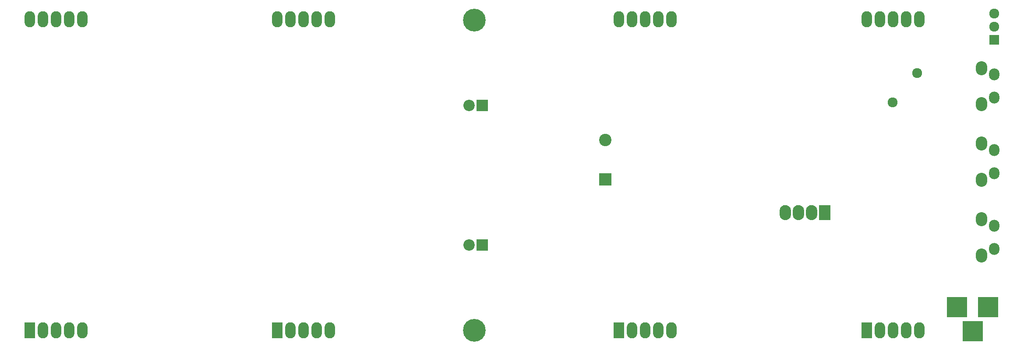
<source format=gts>
G04 #@! TF.FileFunction,Soldermask,Top*
%FSLAX46Y46*%
G04 Gerber Fmt 4.6, Leading zero omitted, Abs format (unit mm)*
G04 Created by KiCad (PCBNEW 4.0.6) date 01/08/18 11:05:28*
%MOMM*%
%LPD*%
G01*
G04 APERTURE LIST*
%ADD10C,0.100000*%
%ADD11C,4.400000*%
%ADD12R,2.024000X3.124000*%
%ADD13O,2.024000X3.124000*%
%ADD14C,1.924000*%
%ADD15R,2.200000X2.200000*%
%ADD16C,2.200000*%
%ADD17R,3.900120X3.900120*%
%ADD18C,1.920000*%
%ADD19R,1.920000X1.920000*%
%ADD20R,2.400000X2.400000*%
%ADD21C,2.400000*%
%ADD22O,2.024000X2.324000*%
%ADD23O,2.224000X2.724000*%
%ADD24R,2.224000X2.924000*%
%ADD25O,2.224000X2.924000*%
G04 APERTURE END LIST*
D10*
D11*
X145000000Y-55000000D03*
D12*
X59000000Y-115000000D03*
D13*
X61540000Y-115000000D03*
X64080000Y-115000000D03*
X66620000Y-115000000D03*
X69160000Y-115000000D03*
X69160000Y-54800000D03*
X66620000Y-54800000D03*
X64080000Y-54800000D03*
X61540000Y-54800000D03*
X59000000Y-54800000D03*
D12*
X106910000Y-115000000D03*
D13*
X109450000Y-115000000D03*
X111990000Y-115000000D03*
X114530000Y-115000000D03*
X117070000Y-115000000D03*
X117070000Y-54800000D03*
X114530000Y-54800000D03*
X111990000Y-54800000D03*
X109450000Y-54800000D03*
X106910000Y-54800000D03*
D12*
X172920000Y-115000000D03*
D13*
X175460000Y-115000000D03*
X178000000Y-115000000D03*
X180540000Y-115000000D03*
X183080000Y-115000000D03*
X183080000Y-54800000D03*
X180540000Y-54800000D03*
X178000000Y-54800000D03*
X175460000Y-54800000D03*
X172920000Y-54800000D03*
D12*
X220840000Y-115000000D03*
D13*
X223380000Y-115000000D03*
X225920000Y-115000000D03*
X228460000Y-115000000D03*
X231000000Y-115000000D03*
X231000000Y-54800000D03*
X228460000Y-54800000D03*
X225920000Y-54800000D03*
X223380000Y-54800000D03*
X220840000Y-54800000D03*
D14*
X225843371Y-70868729D03*
X230600000Y-65200000D03*
D15*
X146500000Y-71500000D03*
D16*
X143960000Y-71500000D03*
D15*
X146500000Y-98500000D03*
D16*
X143960000Y-98500000D03*
D17*
X238299860Y-110500000D03*
X244299340Y-110500000D03*
X241299600Y-115199000D03*
D18*
X245500000Y-56210000D03*
X245500000Y-53670000D03*
D19*
X245500000Y-58750000D03*
D20*
X170300000Y-85800000D03*
D21*
X170300000Y-78200000D03*
D22*
X245500000Y-94750000D03*
X245500000Y-99250000D03*
D23*
X243000000Y-93500000D03*
X243000000Y-100500000D03*
D22*
X245500000Y-80125000D03*
X245500000Y-84625000D03*
D23*
X243000000Y-78875000D03*
X243000000Y-85875000D03*
D22*
X245500000Y-65500000D03*
X245500000Y-70000000D03*
D23*
X243000000Y-64250000D03*
X243000000Y-71250000D03*
D24*
X212690000Y-92200000D03*
D25*
X210150000Y-92200000D03*
X207610000Y-92200000D03*
X205070000Y-92200000D03*
D11*
X145000000Y-115000000D03*
M02*

</source>
